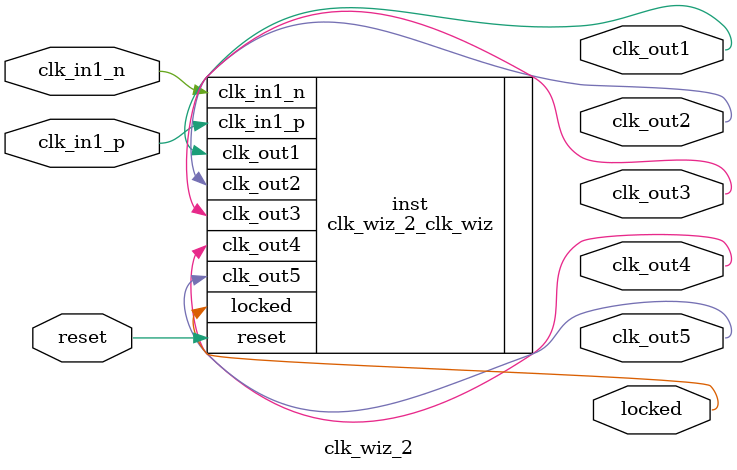
<source format=v>


`timescale 1ps/1ps

(* CORE_GENERATION_INFO = "clk_wiz_2,clk_wiz_v5_4_3_0,{component_name=clk_wiz_2,use_phase_alignment=true,use_min_o_jitter=true,use_max_i_jitter=false,use_dyn_phase_shift=false,use_inclk_switchover=false,use_dyn_reconfig=false,enable_axi=0,feedback_source=FDBK_AUTO,PRIMITIVE=MMCM,num_out_clk=5,clkin1_period=5.000,clkin2_period=10.0,use_power_down=false,use_reset=true,use_locked=true,use_inclk_stopped=false,feedback_type=SINGLE,CLOCK_MGR_TYPE=NA,manual_override=false}" *)

module clk_wiz_2 
 (
  // Clock out ports
  output        clk_out1,
  output        clk_out2,
  output        clk_out3,
  output        clk_out4,
  output        clk_out5,
  // Status and control signals
  input         reset,
  output        locked,
 // Clock in ports
  input         clk_in1_p,
  input         clk_in1_n
 );

  clk_wiz_2_clk_wiz inst
  (
  // Clock out ports  
  .clk_out1(clk_out1),
  .clk_out2(clk_out2),
  .clk_out3(clk_out3),
  .clk_out4(clk_out4),
  .clk_out5(clk_out5),
  // Status and control signals               
  .reset(reset), 
  .locked(locked),
 // Clock in ports
  .clk_in1_p(clk_in1_p),
  .clk_in1_n(clk_in1_n)
  );

endmodule

</source>
